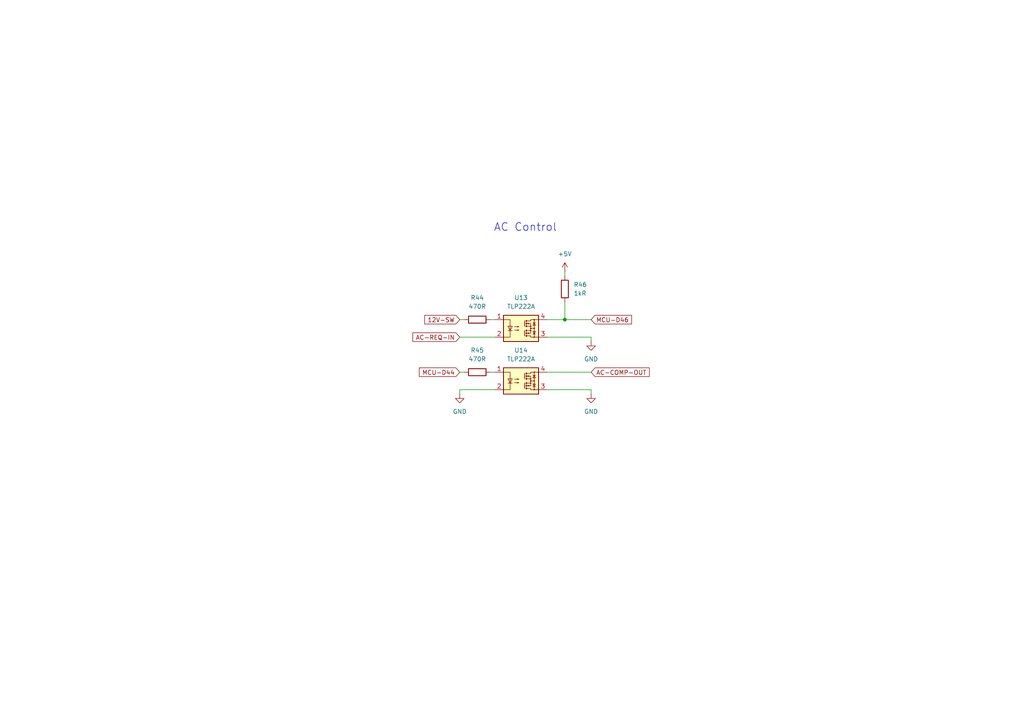
<source format=kicad_sch>
(kicad_sch
	(version 20231120)
	(generator "eeschema")
	(generator_version "8.0")
	(uuid "b026f7a4-6b33-4fc6-88a4-57230eb7ad82")
	(paper "A4")
	(lib_symbols
		(symbol "Device:R"
			(pin_numbers hide)
			(pin_names
				(offset 0)
			)
			(exclude_from_sim no)
			(in_bom yes)
			(on_board yes)
			(property "Reference" "R"
				(at 2.032 0 90)
				(effects
					(font
						(size 1.27 1.27)
					)
				)
			)
			(property "Value" "R"
				(at 0 0 90)
				(effects
					(font
						(size 1.27 1.27)
					)
				)
			)
			(property "Footprint" ""
				(at -1.778 0 90)
				(effects
					(font
						(size 1.27 1.27)
					)
					(hide yes)
				)
			)
			(property "Datasheet" "~"
				(at 0 0 0)
				(effects
					(font
						(size 1.27 1.27)
					)
					(hide yes)
				)
			)
			(property "Description" "Resistor"
				(at 0 0 0)
				(effects
					(font
						(size 1.27 1.27)
					)
					(hide yes)
				)
			)
			(property "ki_keywords" "R res resistor"
				(at 0 0 0)
				(effects
					(font
						(size 1.27 1.27)
					)
					(hide yes)
				)
			)
			(property "ki_fp_filters" "R_*"
				(at 0 0 0)
				(effects
					(font
						(size 1.27 1.27)
					)
					(hide yes)
				)
			)
			(symbol "R_0_1"
				(rectangle
					(start -1.016 -2.54)
					(end 1.016 2.54)
					(stroke
						(width 0.254)
						(type default)
					)
					(fill
						(type none)
					)
				)
			)
			(symbol "R_1_1"
				(pin passive line
					(at 0 3.81 270)
					(length 1.27)
					(name "~"
						(effects
							(font
								(size 1.27 1.27)
							)
						)
					)
					(number "1"
						(effects
							(font
								(size 1.27 1.27)
							)
						)
					)
				)
				(pin passive line
					(at 0 -3.81 90)
					(length 1.27)
					(name "~"
						(effects
							(font
								(size 1.27 1.27)
							)
						)
					)
					(number "2"
						(effects
							(font
								(size 1.27 1.27)
							)
						)
					)
				)
			)
		)
		(symbol "Relay_SolidState:TLP222A"
			(exclude_from_sim no)
			(in_bom yes)
			(on_board yes)
			(property "Reference" "U"
				(at -5.08 5.08 0)
				(effects
					(font
						(size 1.27 1.27)
					)
					(justify left)
				)
			)
			(property "Value" "TLP222A"
				(at 0 5.08 0)
				(effects
					(font
						(size 1.27 1.27)
					)
					(justify left)
				)
			)
			(property "Footprint" "Package_DIP:DIP-4_W7.62mm"
				(at -5.08 -5.08 0)
				(effects
					(font
						(size 1.27 1.27)
						(italic yes)
					)
					(justify left)
					(hide yes)
				)
			)
			(property "Datasheet" "https://toshiba.semicon-storage.com/info/docget.jsp?did=17036&prodName=TLP222A"
				(at 0 0 0)
				(effects
					(font
						(size 1.27 1.27)
					)
					(justify left)
					(hide yes)
				)
			)
			(property "Description" "MOSFET Photorelay 1-Form-A, Voff 60V, Ion 0,5A, DIP4"
				(at 0 0 0)
				(effects
					(font
						(size 1.27 1.27)
					)
					(hide yes)
				)
			)
			(property "ki_keywords" "MOSFET Output Photorelay 1-Form-A"
				(at 0 0 0)
				(effects
					(font
						(size 1.27 1.27)
					)
					(hide yes)
				)
			)
			(property "ki_fp_filters" "DIP*W7.62mm*"
				(at 0 0 0)
				(effects
					(font
						(size 1.27 1.27)
					)
					(hide yes)
				)
			)
			(symbol "TLP222A_0_1"
				(rectangle
					(start -5.08 3.81)
					(end 5.08 -3.81)
					(stroke
						(width 0.254)
						(type default)
					)
					(fill
						(type background)
					)
				)
				(polyline
					(pts
						(xy -3.81 -0.635) (xy -2.54 -0.635)
					)
					(stroke
						(width 0)
						(type default)
					)
					(fill
						(type none)
					)
				)
				(polyline
					(pts
						(xy 1.016 -0.635) (xy 1.016 -2.159)
					)
					(stroke
						(width 0.2032)
						(type default)
					)
					(fill
						(type none)
					)
				)
				(polyline
					(pts
						(xy 1.016 2.159) (xy 1.016 0.635)
					)
					(stroke
						(width 0.2032)
						(type default)
					)
					(fill
						(type none)
					)
				)
				(polyline
					(pts
						(xy 1.524 -0.508) (xy 1.524 -0.762)
					)
					(stroke
						(width 0.3556)
						(type default)
					)
					(fill
						(type none)
					)
				)
				(polyline
					(pts
						(xy 2.794 0) (xy 3.81 0)
					)
					(stroke
						(width 0)
						(type default)
					)
					(fill
						(type none)
					)
				)
				(polyline
					(pts
						(xy 3.429 -1.651) (xy 4.191 -1.651)
					)
					(stroke
						(width 0)
						(type default)
					)
					(fill
						(type none)
					)
				)
				(polyline
					(pts
						(xy 3.429 1.651) (xy 4.191 1.651)
					)
					(stroke
						(width 0)
						(type default)
					)
					(fill
						(type none)
					)
				)
				(polyline
					(pts
						(xy 3.81 -2.54) (xy 3.81 2.54)
					)
					(stroke
						(width 0)
						(type default)
					)
					(fill
						(type none)
					)
				)
				(polyline
					(pts
						(xy 1.524 -2.032) (xy 1.524 -2.286) (xy 1.524 -2.286)
					)
					(stroke
						(width 0.3556)
						(type default)
					)
					(fill
						(type none)
					)
				)
				(polyline
					(pts
						(xy 1.524 -1.27) (xy 1.524 -1.524) (xy 1.524 -1.524)
					)
					(stroke
						(width 0.3556)
						(type default)
					)
					(fill
						(type none)
					)
				)
				(polyline
					(pts
						(xy 1.524 0.762) (xy 1.524 0.508) (xy 1.524 0.508)
					)
					(stroke
						(width 0.3556)
						(type default)
					)
					(fill
						(type none)
					)
				)
				(polyline
					(pts
						(xy 1.524 1.524) (xy 1.524 1.27) (xy 1.524 1.27)
					)
					(stroke
						(width 0.3556)
						(type default)
					)
					(fill
						(type none)
					)
				)
				(polyline
					(pts
						(xy 1.524 2.286) (xy 1.524 2.032) (xy 1.524 2.032)
					)
					(stroke
						(width 0.3556)
						(type default)
					)
					(fill
						(type none)
					)
				)
				(polyline
					(pts
						(xy 1.651 -1.397) (xy 2.794 -1.397) (xy 2.794 -0.635)
					)
					(stroke
						(width 0)
						(type default)
					)
					(fill
						(type none)
					)
				)
				(polyline
					(pts
						(xy 1.651 1.397) (xy 2.794 1.397) (xy 2.794 0.635)
					)
					(stroke
						(width 0)
						(type default)
					)
					(fill
						(type none)
					)
				)
				(polyline
					(pts
						(xy -5.08 2.54) (xy -3.175 2.54) (xy -3.175 -2.54) (xy -5.08 -2.54)
					)
					(stroke
						(width 0)
						(type default)
					)
					(fill
						(type none)
					)
				)
				(polyline
					(pts
						(xy -3.175 -0.635) (xy -3.81 0.635) (xy -2.54 0.635) (xy -3.175 -0.635)
					)
					(stroke
						(width 0)
						(type default)
					)
					(fill
						(type none)
					)
				)
				(polyline
					(pts
						(xy 1.651 -2.159) (xy 2.794 -2.159) (xy 2.794 -2.54) (xy 5.08 -2.54)
					)
					(stroke
						(width 0)
						(type default)
					)
					(fill
						(type none)
					)
				)
				(polyline
					(pts
						(xy 1.651 -0.635) (xy 2.794 -0.635) (xy 2.794 0.635) (xy 1.651 0.635)
					)
					(stroke
						(width 0)
						(type default)
					)
					(fill
						(type none)
					)
				)
				(polyline
					(pts
						(xy 1.651 2.159) (xy 2.794 2.159) (xy 2.794 2.54) (xy 5.08 2.54)
					)
					(stroke
						(width 0)
						(type default)
					)
					(fill
						(type none)
					)
				)
				(polyline
					(pts
						(xy 1.778 -1.397) (xy 2.286 -1.27) (xy 2.286 -1.524) (xy 1.778 -1.397)
					)
					(stroke
						(width 0)
						(type default)
					)
					(fill
						(type none)
					)
				)
				(polyline
					(pts
						(xy 1.778 1.397) (xy 2.286 1.524) (xy 2.286 1.27) (xy 1.778 1.397)
					)
					(stroke
						(width 0)
						(type default)
					)
					(fill
						(type none)
					)
				)
				(polyline
					(pts
						(xy 3.81 -1.651) (xy 3.429 -0.889) (xy 4.191 -0.889) (xy 3.81 -1.651)
					)
					(stroke
						(width 0)
						(type default)
					)
					(fill
						(type none)
					)
				)
				(polyline
					(pts
						(xy 3.81 1.651) (xy 3.429 0.889) (xy 4.191 0.889) (xy 3.81 1.651)
					)
					(stroke
						(width 0)
						(type default)
					)
					(fill
						(type none)
					)
				)
				(polyline
					(pts
						(xy -1.905 -0.508) (xy -0.635 -0.508) (xy -1.016 -0.635) (xy -1.016 -0.381) (xy -0.635 -0.508)
					)
					(stroke
						(width 0)
						(type default)
					)
					(fill
						(type none)
					)
				)
				(polyline
					(pts
						(xy -1.905 0.508) (xy -0.635 0.508) (xy -1.016 0.381) (xy -1.016 0.635) (xy -0.635 0.508)
					)
					(stroke
						(width 0)
						(type default)
					)
					(fill
						(type none)
					)
				)
				(circle
					(center 2.794 -0.635)
					(radius 0.127)
					(stroke
						(width 0)
						(type default)
					)
					(fill
						(type none)
					)
				)
				(circle
					(center 2.794 0)
					(radius 0.127)
					(stroke
						(width 0)
						(type default)
					)
					(fill
						(type none)
					)
				)
				(circle
					(center 2.794 0.635)
					(radius 0.127)
					(stroke
						(width 0)
						(type default)
					)
					(fill
						(type none)
					)
				)
				(circle
					(center 3.81 -2.54)
					(radius 0.127)
					(stroke
						(width 0)
						(type default)
					)
					(fill
						(type none)
					)
				)
				(circle
					(center 3.81 0)
					(radius 0.127)
					(stroke
						(width 0)
						(type default)
					)
					(fill
						(type none)
					)
				)
				(circle
					(center 3.81 2.54)
					(radius 0.127)
					(stroke
						(width 0)
						(type default)
					)
					(fill
						(type none)
					)
				)
			)
			(symbol "TLP222A_1_1"
				(pin passive line
					(at -7.62 2.54 0)
					(length 2.54)
					(name "~"
						(effects
							(font
								(size 1.27 1.27)
							)
						)
					)
					(number "1"
						(effects
							(font
								(size 1.27 1.27)
							)
						)
					)
				)
				(pin passive line
					(at -7.62 -2.54 0)
					(length 2.54)
					(name "~"
						(effects
							(font
								(size 1.27 1.27)
							)
						)
					)
					(number "2"
						(effects
							(font
								(size 1.27 1.27)
							)
						)
					)
				)
				(pin passive line
					(at 7.62 -2.54 180)
					(length 2.54)
					(name "~"
						(effects
							(font
								(size 1.27 1.27)
							)
						)
					)
					(number "3"
						(effects
							(font
								(size 1.27 1.27)
							)
						)
					)
				)
				(pin passive line
					(at 7.62 2.54 180)
					(length 2.54)
					(name "~"
						(effects
							(font
								(size 1.27 1.27)
							)
						)
					)
					(number "4"
						(effects
							(font
								(size 1.27 1.27)
							)
						)
					)
				)
			)
		)
		(symbol "power:+5V"
			(power)
			(pin_numbers hide)
			(pin_names
				(offset 0) hide)
			(exclude_from_sim no)
			(in_bom yes)
			(on_board yes)
			(property "Reference" "#PWR"
				(at 0 -3.81 0)
				(effects
					(font
						(size 1.27 1.27)
					)
					(hide yes)
				)
			)
			(property "Value" "+5V"
				(at 0 3.556 0)
				(effects
					(font
						(size 1.27 1.27)
					)
				)
			)
			(property "Footprint" ""
				(at 0 0 0)
				(effects
					(font
						(size 1.27 1.27)
					)
					(hide yes)
				)
			)
			(property "Datasheet" ""
				(at 0 0 0)
				(effects
					(font
						(size 1.27 1.27)
					)
					(hide yes)
				)
			)
			(property "Description" "Power symbol creates a global label with name \"+5V\""
				(at 0 0 0)
				(effects
					(font
						(size 1.27 1.27)
					)
					(hide yes)
				)
			)
			(property "ki_keywords" "global power"
				(at 0 0 0)
				(effects
					(font
						(size 1.27 1.27)
					)
					(hide yes)
				)
			)
			(symbol "+5V_0_1"
				(polyline
					(pts
						(xy -0.762 1.27) (xy 0 2.54)
					)
					(stroke
						(width 0)
						(type default)
					)
					(fill
						(type none)
					)
				)
				(polyline
					(pts
						(xy 0 0) (xy 0 2.54)
					)
					(stroke
						(width 0)
						(type default)
					)
					(fill
						(type none)
					)
				)
				(polyline
					(pts
						(xy 0 2.54) (xy 0.762 1.27)
					)
					(stroke
						(width 0)
						(type default)
					)
					(fill
						(type none)
					)
				)
			)
			(symbol "+5V_1_1"
				(pin power_in line
					(at 0 0 90)
					(length 0)
					(name "~"
						(effects
							(font
								(size 1.27 1.27)
							)
						)
					)
					(number "1"
						(effects
							(font
								(size 1.27 1.27)
							)
						)
					)
				)
			)
		)
		(symbol "power:GND"
			(power)
			(pin_numbers hide)
			(pin_names
				(offset 0) hide)
			(exclude_from_sim no)
			(in_bom yes)
			(on_board yes)
			(property "Reference" "#PWR"
				(at 0 -6.35 0)
				(effects
					(font
						(size 1.27 1.27)
					)
					(hide yes)
				)
			)
			(property "Value" "GND"
				(at 0 -3.81 0)
				(effects
					(font
						(size 1.27 1.27)
					)
				)
			)
			(property "Footprint" ""
				(at 0 0 0)
				(effects
					(font
						(size 1.27 1.27)
					)
					(hide yes)
				)
			)
			(property "Datasheet" ""
				(at 0 0 0)
				(effects
					(font
						(size 1.27 1.27)
					)
					(hide yes)
				)
			)
			(property "Description" "Power symbol creates a global label with name \"GND\" , ground"
				(at 0 0 0)
				(effects
					(font
						(size 1.27 1.27)
					)
					(hide yes)
				)
			)
			(property "ki_keywords" "global power"
				(at 0 0 0)
				(effects
					(font
						(size 1.27 1.27)
					)
					(hide yes)
				)
			)
			(symbol "GND_0_1"
				(polyline
					(pts
						(xy 0 0) (xy 0 -1.27) (xy 1.27 -1.27) (xy 0 -2.54) (xy -1.27 -1.27) (xy 0 -1.27)
					)
					(stroke
						(width 0)
						(type default)
					)
					(fill
						(type none)
					)
				)
			)
			(symbol "GND_1_1"
				(pin power_in line
					(at 0 0 270)
					(length 0)
					(name "~"
						(effects
							(font
								(size 1.27 1.27)
							)
						)
					)
					(number "1"
						(effects
							(font
								(size 1.27 1.27)
							)
						)
					)
				)
			)
		)
	)
	(junction
		(at 163.83 92.71)
		(diameter 0)
		(color 0 0 0 0)
		(uuid "ccc940df-2dbb-4207-8ab1-182b08b27eaa")
	)
	(wire
		(pts
			(xy 171.45 113.03) (xy 171.45 114.3)
		)
		(stroke
			(width 0)
			(type default)
		)
		(uuid "1d06428e-2d9c-46ea-b493-5ffe0dc6efc3")
	)
	(wire
		(pts
			(xy 163.83 92.71) (xy 171.45 92.71)
		)
		(stroke
			(width 0)
			(type default)
		)
		(uuid "2ee7bb6c-1f34-4ea2-92aa-10666317ad2b")
	)
	(wire
		(pts
			(xy 133.35 92.71) (xy 134.62 92.71)
		)
		(stroke
			(width 0)
			(type default)
		)
		(uuid "33fa526d-0315-4960-a752-9fe44c0cab0d")
	)
	(wire
		(pts
			(xy 143.51 113.03) (xy 133.35 113.03)
		)
		(stroke
			(width 0)
			(type default)
		)
		(uuid "344adafc-6948-40f3-9ecb-1aeae1d30603")
	)
	(wire
		(pts
			(xy 171.45 97.79) (xy 158.75 97.79)
		)
		(stroke
			(width 0)
			(type default)
		)
		(uuid "3b2b498c-77c0-4742-be0b-a166e2f7fb5d")
	)
	(wire
		(pts
			(xy 163.83 78.74) (xy 163.83 80.01)
		)
		(stroke
			(width 0)
			(type default)
		)
		(uuid "5b2f8e0e-a616-4ea6-8edc-2bc7e2820031")
	)
	(wire
		(pts
			(xy 163.83 87.63) (xy 163.83 92.71)
		)
		(stroke
			(width 0)
			(type default)
		)
		(uuid "875690ab-5314-4c45-b87d-849be6bf865a")
	)
	(wire
		(pts
			(xy 171.45 99.06) (xy 171.45 97.79)
		)
		(stroke
			(width 0)
			(type default)
		)
		(uuid "9e4fc45b-a4ec-43aa-bece-eaa6c26a29b2")
	)
	(wire
		(pts
			(xy 133.35 107.95) (xy 134.62 107.95)
		)
		(stroke
			(width 0)
			(type default)
		)
		(uuid "9ed74b95-3e9e-4867-ae65-cc7e6d3aada0")
	)
	(wire
		(pts
			(xy 142.24 92.71) (xy 143.51 92.71)
		)
		(stroke
			(width 0)
			(type default)
		)
		(uuid "ab595fbb-6854-4403-aed7-4cf3b69d76a2")
	)
	(wire
		(pts
			(xy 142.24 107.95) (xy 143.51 107.95)
		)
		(stroke
			(width 0)
			(type default)
		)
		(uuid "af832eac-ceac-4f16-bc17-696c2ac3909e")
	)
	(wire
		(pts
			(xy 158.75 113.03) (xy 171.45 113.03)
		)
		(stroke
			(width 0)
			(type default)
		)
		(uuid "c452ab13-2064-45d3-9b2b-3131cb078de9")
	)
	(wire
		(pts
			(xy 133.35 97.79) (xy 143.51 97.79)
		)
		(stroke
			(width 0)
			(type default)
		)
		(uuid "c6cccb70-105f-4ade-879c-06d255a47a82")
	)
	(wire
		(pts
			(xy 133.35 113.03) (xy 133.35 114.3)
		)
		(stroke
			(width 0)
			(type default)
		)
		(uuid "d77e5ead-cfc2-47b9-8d8e-bf385f889af5")
	)
	(wire
		(pts
			(xy 171.45 107.95) (xy 158.75 107.95)
		)
		(stroke
			(width 0)
			(type default)
		)
		(uuid "e08f5a13-d25e-4900-807b-40a13e02e5f0")
	)
	(wire
		(pts
			(xy 158.75 92.71) (xy 163.83 92.71)
		)
		(stroke
			(width 0)
			(type default)
		)
		(uuid "ffd05e94-35eb-473b-bf9c-ce4e7868e7d5")
	)
	(text "AC Control"
		(exclude_from_sim no)
		(at 152.4 66.04 0)
		(effects
			(font
				(size 2.2606 2.2606)
			)
		)
		(uuid "26514bd9-d365-4c06-89d0-6605ad9a3e4a")
	)
	(global_label "MCU-D44"
		(shape input)
		(at 133.35 107.95 180)
		(effects
			(font
				(size 1.27 1.27)
			)
			(justify right)
		)
		(uuid "4324d87e-1526-4fea-8ac8-640d64e5998d")
		(property "Intersheetrefs" "${INTERSHEET_REFS}"
			(at 133.35 107.95 0)
			(effects
				(font
					(size 1.27 1.27)
				)
				(hide yes)
			)
		)
	)
	(global_label "12V-SW"
		(shape input)
		(at 133.35 92.71 180)
		(effects
			(font
				(size 1.27 1.27)
			)
			(justify right)
		)
		(uuid "61f33705-3e96-4939-9ecc-d7b38c6340f3")
		(property "Intersheetrefs" "${INTERSHEET_REFS}"
			(at 133.35 92.71 0)
			(effects
				(font
					(size 1.27 1.27)
				)
				(hide yes)
			)
		)
	)
	(global_label "AC-REQ-IN"
		(shape input)
		(at 133.35 97.79 180)
		(fields_autoplaced yes)
		(effects
			(font
				(size 1.27 1.27)
			)
			(justify right)
		)
		(uuid "9a73ab03-f53e-4ecc-9f49-a7a9fda791e6")
		(property "Intersheetrefs" "${INTERSHEET_REFS}"
			(at 119.1766 97.79 0)
			(effects
				(font
					(size 1.27 1.27)
				)
				(justify right)
				(hide yes)
			)
		)
	)
	(global_label "AC-COMP-OUT"
		(shape input)
		(at 171.45 107.95 0)
		(fields_autoplaced yes)
		(effects
			(font
				(size 1.27 1.27)
			)
			(justify left)
		)
		(uuid "df78e502-a214-4165-acdf-32ca70f2a512")
		(property "Intersheetrefs" "${INTERSHEET_REFS}"
			(at 188.8891 107.95 0)
			(effects
				(font
					(size 1.27 1.27)
				)
				(justify left)
				(hide yes)
			)
		)
	)
	(global_label "MCU-D46"
		(shape input)
		(at 171.45 92.71 0)
		(effects
			(font
				(size 1.27 1.27)
			)
			(justify left)
		)
		(uuid "fd85acc4-6582-46f5-af21-86a0d45bbf09")
		(property "Intersheetrefs" "${INTERSHEET_REFS}"
			(at 171.45 92.71 0)
			(effects
				(font
					(size 1.27 1.27)
				)
				(hide yes)
			)
		)
	)
	(symbol
		(lib_id "power:+5V")
		(at 163.83 78.74 0)
		(unit 1)
		(exclude_from_sim no)
		(in_bom yes)
		(on_board yes)
		(dnp no)
		(fields_autoplaced yes)
		(uuid "0ac39f85-319c-4c81-ba87-a9df4ecb2cf3")
		(property "Reference" "#PWR075"
			(at 163.83 82.55 0)
			(effects
				(font
					(size 1.27 1.27)
				)
				(hide yes)
			)
		)
		(property "Value" "+5V"
			(at 163.83 73.66 0)
			(effects
				(font
					(size 1.27 1.27)
				)
			)
		)
		(property "Footprint" ""
			(at 163.83 78.74 0)
			(effects
				(font
					(size 1.27 1.27)
				)
				(hide yes)
			)
		)
		(property "Datasheet" ""
			(at 163.83 78.74 0)
			(effects
				(font
					(size 1.27 1.27)
				)
				(hide yes)
			)
		)
		(property "Description" "Power symbol creates a global label with name \"+5V\""
			(at 163.83 78.74 0)
			(effects
				(font
					(size 1.27 1.27)
				)
				(hide yes)
			)
		)
		(pin "1"
			(uuid "6762cde5-3e53-4453-a493-e8f3f6170edf")
		)
		(instances
			(project "miatuino"
				(path "/329447bb-9635-4655-82bd-882420dc65dc/d5b9803d-0ecb-4edb-bfeb-f3abd0c2b1d4"
					(reference "#PWR075")
					(unit 1)
				)
			)
		)
	)
	(symbol
		(lib_id "Relay_SolidState:TLP222A")
		(at 151.13 95.25 0)
		(unit 1)
		(exclude_from_sim no)
		(in_bom yes)
		(on_board yes)
		(dnp no)
		(fields_autoplaced yes)
		(uuid "1dc34f1b-e38f-4bcd-aca0-063ec48e8739")
		(property "Reference" "U13"
			(at 151.13 86.36 0)
			(effects
				(font
					(size 1.27 1.27)
				)
			)
		)
		(property "Value" "TLP222A"
			(at 151.13 88.9 0)
			(effects
				(font
					(size 1.27 1.27)
				)
			)
		)
		(property "Footprint" "Package_DIP:DIP-4_W7.62mm"
			(at 146.05 100.33 0)
			(effects
				(font
					(size 1.27 1.27)
					(italic yes)
				)
				(justify left)
				(hide yes)
			)
		)
		(property "Datasheet" "https://toshiba.semicon-storage.com/info/docget.jsp?did=17036&prodName=TLP222A"
			(at 151.13 95.25 0)
			(effects
				(font
					(size 1.27 1.27)
				)
				(justify left)
				(hide yes)
			)
		)
		(property "Description" "MOSFET Photorelay 1-Form-A, Voff 60V, Ion 0,5A, DIP4"
			(at 151.13 95.25 0)
			(effects
				(font
					(size 1.27 1.27)
				)
				(hide yes)
			)
		)
		(pin "4"
			(uuid "3c44098c-f179-4a59-82f8-e31e1b3e6d8f")
		)
		(pin "2"
			(uuid "facff42f-5bb7-402e-9d0e-1cb23dfcbdc1")
		)
		(pin "3"
			(uuid "2349052a-2337-4e34-9ab9-c3e11d827346")
		)
		(pin "1"
			(uuid "a39b07fc-90dd-42e8-ba7f-b6d9b49694fe")
		)
		(instances
			(project "miatuino"
				(path "/329447bb-9635-4655-82bd-882420dc65dc/d5b9803d-0ecb-4edb-bfeb-f3abd0c2b1d4"
					(reference "U13")
					(unit 1)
				)
			)
		)
	)
	(symbol
		(lib_id "power:GND")
		(at 133.35 114.3 0)
		(unit 1)
		(exclude_from_sim no)
		(in_bom yes)
		(on_board yes)
		(dnp no)
		(fields_autoplaced yes)
		(uuid "2bb11164-5844-42d0-b221-5d845d79d340")
		(property "Reference" "#PWR074"
			(at 133.35 120.65 0)
			(effects
				(font
					(size 1.27 1.27)
				)
				(hide yes)
			)
		)
		(property "Value" "GND"
			(at 133.35 119.38 0)
			(effects
				(font
					(size 1.27 1.27)
				)
			)
		)
		(property "Footprint" ""
			(at 133.35 114.3 0)
			(effects
				(font
					(size 1.27 1.27)
				)
				(hide yes)
			)
		)
		(property "Datasheet" ""
			(at 133.35 114.3 0)
			(effects
				(font
					(size 1.27 1.27)
				)
				(hide yes)
			)
		)
		(property "Description" "Power symbol creates a global label with name \"GND\" , ground"
			(at 133.35 114.3 0)
			(effects
				(font
					(size 1.27 1.27)
				)
				(hide yes)
			)
		)
		(pin "1"
			(uuid "c334d2e4-d7d7-43d2-8b22-ca4447fa6b0f")
		)
		(instances
			(project "miatuino"
				(path "/329447bb-9635-4655-82bd-882420dc65dc/d5b9803d-0ecb-4edb-bfeb-f3abd0c2b1d4"
					(reference "#PWR074")
					(unit 1)
				)
			)
		)
	)
	(symbol
		(lib_id "Device:R")
		(at 163.83 83.82 0)
		(unit 1)
		(exclude_from_sim no)
		(in_bom yes)
		(on_board yes)
		(dnp no)
		(fields_autoplaced yes)
		(uuid "59f6b420-6a25-4a58-bac7-54901043fbb7")
		(property "Reference" "R46"
			(at 166.37 82.5499 0)
			(effects
				(font
					(size 1.27 1.27)
				)
				(justify left)
			)
		)
		(property "Value" "1kR"
			(at 166.37 85.0899 0)
			(effects
				(font
					(size 1.27 1.27)
				)
				(justify left)
			)
		)
		(property "Footprint" "Resistor_THT:R_Axial_DIN0207_L6.3mm_D2.5mm_P7.62mm_Horizontal"
			(at 162.052 83.82 90)
			(effects
				(font
					(size 1.27 1.27)
				)
				(hide yes)
			)
		)
		(property "Datasheet" "~"
			(at 163.83 83.82 0)
			(effects
				(font
					(size 1.27 1.27)
				)
				(hide yes)
			)
		)
		(property "Description" "Resistor"
			(at 163.83 83.82 0)
			(effects
				(font
					(size 1.27 1.27)
				)
				(hide yes)
			)
		)
		(pin "2"
			(uuid "ed0d46c5-3327-4346-882d-f7b8bd355b0c")
		)
		(pin "1"
			(uuid "6285a832-2922-46e2-b5ad-8193efe15ed8")
		)
		(instances
			(project "miatuino"
				(path "/329447bb-9635-4655-82bd-882420dc65dc/d5b9803d-0ecb-4edb-bfeb-f3abd0c2b1d4"
					(reference "R46")
					(unit 1)
				)
			)
		)
	)
	(symbol
		(lib_id "power:GND")
		(at 171.45 99.06 0)
		(unit 1)
		(exclude_from_sim no)
		(in_bom yes)
		(on_board yes)
		(dnp no)
		(fields_autoplaced yes)
		(uuid "9801944d-e836-4ab7-9d24-5cbf5854e8b9")
		(property "Reference" "#PWR076"
			(at 171.45 105.41 0)
			(effects
				(font
					(size 1.27 1.27)
				)
				(hide yes)
			)
		)
		(property "Value" "GND"
			(at 171.45 104.14 0)
			(effects
				(font
					(size 1.27 1.27)
				)
			)
		)
		(property "Footprint" ""
			(at 171.45 99.06 0)
			(effects
				(font
					(size 1.27 1.27)
				)
				(hide yes)
			)
		)
		(property "Datasheet" ""
			(at 171.45 99.06 0)
			(effects
				(font
					(size 1.27 1.27)
				)
				(hide yes)
			)
		)
		(property "Description" "Power symbol creates a global label with name \"GND\" , ground"
			(at 171.45 99.06 0)
			(effects
				(font
					(size 1.27 1.27)
				)
				(hide yes)
			)
		)
		(pin "1"
			(uuid "a0946aff-485a-45f4-8a9c-2568ebd5028a")
		)
		(instances
			(project "miatuino"
				(path "/329447bb-9635-4655-82bd-882420dc65dc/d5b9803d-0ecb-4edb-bfeb-f3abd0c2b1d4"
					(reference "#PWR076")
					(unit 1)
				)
			)
		)
	)
	(symbol
		(lib_id "power:GND")
		(at 171.45 114.3 0)
		(unit 1)
		(exclude_from_sim no)
		(in_bom yes)
		(on_board yes)
		(dnp no)
		(fields_autoplaced yes)
		(uuid "9b13e683-521a-4c19-beae-d490c15117ad")
		(property "Reference" "#PWR077"
			(at 171.45 120.65 0)
			(effects
				(font
					(size 1.27 1.27)
				)
				(hide yes)
			)
		)
		(property "Value" "GND"
			(at 171.45 119.38 0)
			(effects
				(font
					(size 1.27 1.27)
				)
			)
		)
		(property "Footprint" ""
			(at 171.45 114.3 0)
			(effects
				(font
					(size 1.27 1.27)
				)
				(hide yes)
			)
		)
		(property "Datasheet" ""
			(at 171.45 114.3 0)
			(effects
				(font
					(size 1.27 1.27)
				)
				(hide yes)
			)
		)
		(property "Description" "Power symbol creates a global label with name \"GND\" , ground"
			(at 171.45 114.3 0)
			(effects
				(font
					(size 1.27 1.27)
				)
				(hide yes)
			)
		)
		(pin "1"
			(uuid "4a0689e4-18c5-4069-aeb6-ed215f8aff2e")
		)
		(instances
			(project "miatuino"
				(path "/329447bb-9635-4655-82bd-882420dc65dc/d5b9803d-0ecb-4edb-bfeb-f3abd0c2b1d4"
					(reference "#PWR077")
					(unit 1)
				)
			)
		)
	)
	(symbol
		(lib_id "Device:R")
		(at 138.43 92.71 90)
		(unit 1)
		(exclude_from_sim no)
		(in_bom yes)
		(on_board yes)
		(dnp no)
		(fields_autoplaced yes)
		(uuid "ab6ec73f-081e-4f6b-acd3-9b49e1c899e4")
		(property "Reference" "R44"
			(at 138.43 86.36 90)
			(effects
				(font
					(size 1.27 1.27)
				)
			)
		)
		(property "Value" "470R"
			(at 138.43 88.9 90)
			(effects
				(font
					(size 1.27 1.27)
				)
			)
		)
		(property "Footprint" "Resistor_THT:R_Axial_DIN0207_L6.3mm_D2.5mm_P7.62mm_Horizontal"
			(at 138.43 94.488 90)
			(effects
				(font
					(size 1.27 1.27)
				)
				(hide yes)
			)
		)
		(property "Datasheet" "~"
			(at 138.43 92.71 0)
			(effects
				(font
					(size 1.27 1.27)
				)
				(hide yes)
			)
		)
		(property "Description" "Resistor"
			(at 138.43 92.71 0)
			(effects
				(font
					(size 1.27 1.27)
				)
				(hide yes)
			)
		)
		(pin "1"
			(uuid "9868115d-473d-42ae-95f3-1bb839cc6934")
		)
		(pin "2"
			(uuid "6acbb35d-b8bf-43a0-a695-6114f23a043a")
		)
		(instances
			(project "miatuino"
				(path "/329447bb-9635-4655-82bd-882420dc65dc/d5b9803d-0ecb-4edb-bfeb-f3abd0c2b1d4"
					(reference "R44")
					(unit 1)
				)
			)
		)
	)
	(symbol
		(lib_id "Relay_SolidState:TLP222A")
		(at 151.13 110.49 0)
		(unit 1)
		(exclude_from_sim no)
		(in_bom yes)
		(on_board yes)
		(dnp no)
		(fields_autoplaced yes)
		(uuid "dcdefa62-5092-4858-844c-debfa0b63a4f")
		(property "Reference" "U14"
			(at 151.13 101.6 0)
			(effects
				(font
					(size 1.27 1.27)
				)
			)
		)
		(property "Value" "TLP222A"
			(at 151.13 104.14 0)
			(effects
				(font
					(size 1.27 1.27)
				)
			)
		)
		(property "Footprint" "Package_DIP:DIP-4_W7.62mm"
			(at 146.05 115.57 0)
			(effects
				(font
					(size 1.27 1.27)
					(italic yes)
				)
				(justify left)
				(hide yes)
			)
		)
		(property "Datasheet" "https://toshiba.semicon-storage.com/info/docget.jsp?did=17036&prodName=TLP222A"
			(at 151.13 110.49 0)
			(effects
				(font
					(size 1.27 1.27)
				)
				(justify left)
				(hide yes)
			)
		)
		(property "Description" "MOSFET Photorelay 1-Form-A, Voff 60V, Ion 0,5A, DIP4"
			(at 151.13 110.49 0)
			(effects
				(font
					(size 1.27 1.27)
				)
				(hide yes)
			)
		)
		(pin "4"
			(uuid "4e39d52b-e200-418b-888f-4ed33985aa62")
		)
		(pin "2"
			(uuid "0dd7469e-affd-428f-8c1e-a38a31b8530d")
		)
		(pin "3"
			(uuid "92814002-a605-4333-97e3-724a6397a12f")
		)
		(pin "1"
			(uuid "d28d3210-780e-49c2-aeb2-e50452b21ad7")
		)
		(instances
			(project "miatuino"
				(path "/329447bb-9635-4655-82bd-882420dc65dc/d5b9803d-0ecb-4edb-bfeb-f3abd0c2b1d4"
					(reference "U14")
					(unit 1)
				)
			)
		)
	)
	(symbol
		(lib_id "Device:R")
		(at 138.43 107.95 90)
		(unit 1)
		(exclude_from_sim no)
		(in_bom yes)
		(on_board yes)
		(dnp no)
		(fields_autoplaced yes)
		(uuid "e02d8d75-da37-4114-863a-2fbbe6942c96")
		(property "Reference" "R45"
			(at 138.43 101.6 90)
			(effects
				(font
					(size 1.27 1.27)
				)
			)
		)
		(property "Value" "470R"
			(at 138.43 104.14 90)
			(effects
				(font
					(size 1.27 1.27)
				)
			)
		)
		(property "Footprint" "Resistor_THT:R_Axial_DIN0207_L6.3mm_D2.5mm_P7.62mm_Horizontal"
			(at 138.43 109.728 90)
			(effects
				(font
					(size 1.27 1.27)
				)
				(hide yes)
			)
		)
		(property "Datasheet" "~"
			(at 138.43 107.95 0)
			(effects
				(font
					(size 1.27 1.27)
				)
				(hide yes)
			)
		)
		(property "Description" "Resistor"
			(at 138.43 107.95 0)
			(effects
				(font
					(size 1.27 1.27)
				)
				(hide yes)
			)
		)
		(pin "1"
			(uuid "373cbd01-389a-4540-8729-330fea6ec0f3")
		)
		(pin "2"
			(uuid "a8656cd2-b33c-4ee2-b6bf-ad917d070b38")
		)
		(instances
			(project "miatuino"
				(path "/329447bb-9635-4655-82bd-882420dc65dc/d5b9803d-0ecb-4edb-bfeb-f3abd0c2b1d4"
					(reference "R45")
					(unit 1)
				)
			)
		)
	)
)
</source>
